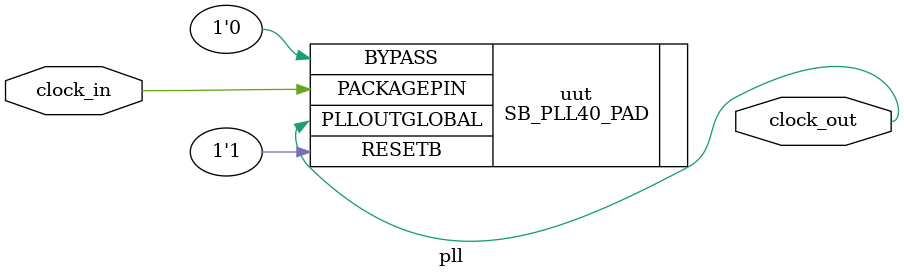
<source format=v>
/**
 * PLL configuration
 *
 * This Verilog module was generated automatically
 * using the icepll tool from the IceStorm project.
 * Use at your own risk.
 *
 * Given input frequency:        12.000 MHz
 * Requested output frequency:   25.175 MHz
 * Achieved output frequency:    25.125 MHz
 */

module pll(
	input  clock_in,
	output clock_out,
	);

SB_PLL40_PAD #(
		.FEEDBACK_PATH("SIMPLE"),
		.DIVR(4'b0000),		// DIVR =  0
		.DIVF(7'b1000010),	// DIVF = 66
		.DIVQ(3'b101),		// DIVQ =  5
		.FILTER_RANGE(3'b001)	// FILTER_RANGE = 1
	) uut (
		.RESETB(1'b1),
		.BYPASS(1'b0),
		.PACKAGEPIN(clock_in),
		.PLLOUTGLOBAL(clock_out)
		);

endmodule

</source>
